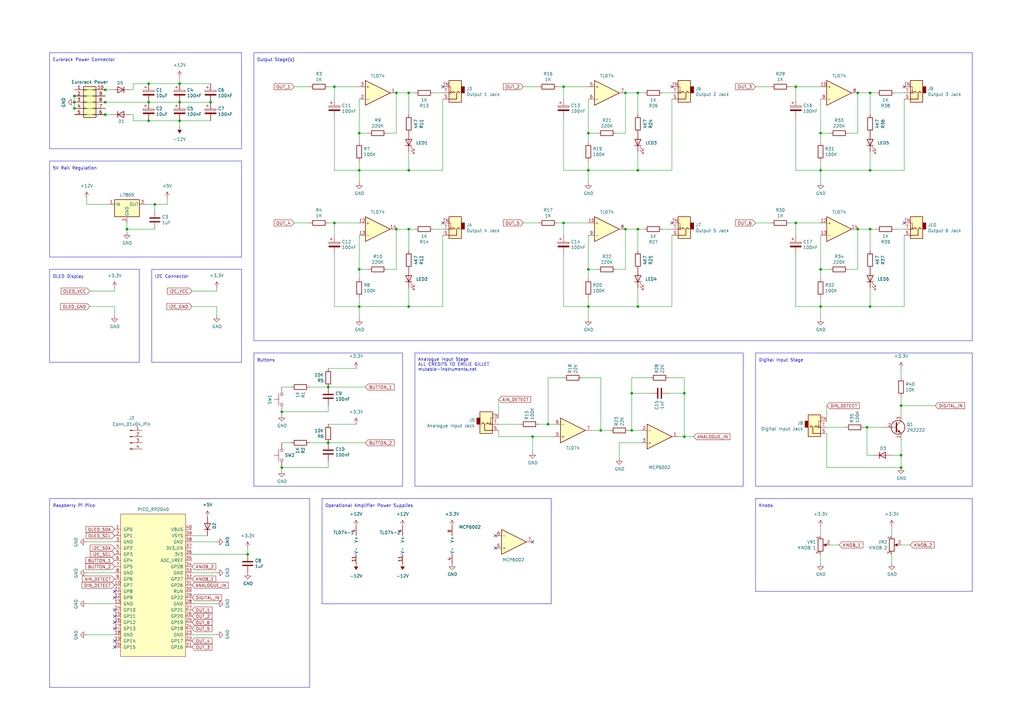
<source format=kicad_sch>
(kicad_sch (version 20250114) (generator "eeschema") (generator_version "9.0")
  (paper "A3")
  (title_block (title "EuroPi") (date "15/11/2021") (rev "1") (company "Allen Synthesis") (comment 1 "CC BY-SA 3.0"))
  (text "Eurorack Power Connector" (at 21.59 25.4 0) (effects (font (size 1.27 1.27)) (justify left bottom)))
  (text "Operational Amplifier Power Supplies" (at 133.35 208.28 0) (effects (font (size 1.27 1.27)) (justify left bottom)))
  (text "Raspberry Pi Pico" (at 21.59 208.28 0) (effects (font (size 1.27 1.27)) (justify left bottom)))
  (text "Digital Input Stage\n" (at 311.15 148.59 0) (effects (font (size 1.27 1.27)) (justify left bottom)))
  (text "5V Rail Regulation" (at 21.59 69.85 0) (effects (font (size 1.27 1.27)) (justify left bottom)))
  (text "Output Stage(s)" (at 105.41 25.4 0) (effects (font (size 1.27 1.27)) (justify left bottom)))
  (text "I2C Connector\n" (at 63.5 114.3 0) (effects (font (size 1.27 1.27)) (justify left bottom)))
  (text "Buttons" (at 105.41 148.59 0) (effects (font (size 1.27 1.27)) (justify left bottom)))
  (text "OLED Display" (at 21.59 114.3 0) (effects (font (size 1.27 1.27)) (justify left bottom)))
  (text "Analogue Input Stage\nALL CREDITS TO ÉMILIE GILLET\nmutable-instruments.net" (at 171.45 152.4 0) (effects (font (size 1.27 1.27)) (justify left bottom)))
  (text "Knobs" (at 311.15 208.28 0) (effects (font (size 1.27 1.27)) (justify left bottom)))
  (junction (at 147.32 54.61))
  (junction (at 356.87 93.98))
  (junction (at 134.62 181.61))
  (junction (at 336.55 54.61))
  (junction (at 369.57 191.77))
  (junction (at 351.79 38.1))
  (junction (at 336.55 125.73))
  (junction (at 60.96 34.29))
  (junction (at 241.3 110.49))
  (junction (at 137.16 35.56))
  (junction (at 369.57 166.37))
  (junction (at 167.64 38.1))
  (junction (at 326.39 91.44))
  (junction (at 218.44 179.07))
  (junction (at 280.67 179.07))
  (junction (at 167.64 69.85))
  (junction (at 224.79 173.99))
  (junction (at 241.3 54.61))
  (junction (at 134.62 158.75))
  (junction (at 86.36 41.91))
  (junction (at 60.96 49.53))
  (junction (at 246.38 176.53))
  (junction (at 256.54 38.1))
  (junction (at 356.87 125.73))
  (junction (at 137.16 91.44))
  (junction (at 261.62 93.98))
  (junction (at 369.57 186.69))
  (junction (at 280.67 161.29))
  (junction (at 231.14 91.44))
  (junction (at 30.48 41.91))
  (junction (at 147.32 69.85))
  (junction (at 351.79 93.98))
  (junction (at 43.18 46.99))
  (junction (at 336.55 110.49))
  (junction (at 162.56 93.98))
  (junction (at 259.08 161.29))
  (junction (at 43.18 41.91))
  (junction (at 326.39 35.56))
  (junction (at 63.5 83.82))
  (junction (at 261.62 69.85))
  (junction (at 231.14 35.56))
  (junction (at 256.54 93.98))
  (junction (at 336.55 69.85))
  (junction (at 162.56 38.1))
  (junction (at 73.66 34.29))
  (junction (at 261.62 125.73))
  (junction (at 60.96 41.91))
  (junction (at 43.18 36.83))
  (junction (at 115.57 191.77))
  (junction (at 356.87 38.1))
  (junction (at 356.87 69.85))
  (junction (at 115.57 168.91))
  (junction (at 101.6 227.33))
  (junction (at 73.66 41.91))
  (junction (at 355.6 175.26))
  (junction (at 241.3 69.85))
  (junction (at 30.48 44.45))
  (junction (at 261.62 38.1))
  (junction (at 73.66 49.53))
  (junction (at 30.48 39.37))
  (junction (at 167.64 125.73))
  (junction (at 52.07 93.98))
  (junction (at 167.64 93.98))
  (junction (at 147.32 110.49))
  (junction (at 259.08 176.53))
  (junction (at 147.32 125.73))
  (junction (at 241.3 125.73))
  (no_connect (at 275.59 91.44))
  (no_connect (at 46.99 250.19))
  (no_connect (at 203.2 219.71))
  (no_connect (at 218.44 222.25))
  (no_connect (at 46.99 255.27))
  (no_connect (at 46.99 265.43))
  (no_connect (at 181.61 35.56))
  (no_connect (at 46.99 245.11))
  (no_connect (at 181.61 91.44))
  (no_connect (at 275.59 35.56))
  (no_connect (at 370.84 35.56))
  (no_connect (at 46.99 252.73))
  (no_connect (at 46.99 262.89))
  (no_connect (at 370.84 91.44))
  (no_connect (at 46.99 242.57))
  (no_connect (at 203.2 224.79))
  (no_connect (at 46.99 257.81))
  (wire (pts (xy 259.08 161.29) (xy 266.7 161.29)))
  (wire (pts (xy 137.16 91.44) (xy 134.62 91.44)))
  (wire (pts (xy 355.6 186.69) (xy 355.6 175.26)))
  (wire (pts (xy 356.87 102.87) (xy 356.87 93.98)))
  (wire (pts (xy 30.48 36.83) (xy 43.18 36.83)))
  (wire (pts (xy 137.16 69.85) (xy 137.16 48.26)))
  (wire (pts (xy 167.64 118.11) (xy 167.64 125.73)))
  (wire (pts (xy 369.57 186.69) (xy 369.57 180.34)))
  (wire (pts (xy 134.62 173.99) (xy 146.05 173.99)))
  (polyline (pts (xy 309.88 204.47) (xy 398.78 204.47)))
  (wire (pts (xy 369.57 166.37) (xy 369.57 162.56)))
  (polyline (pts (xy 20.32 21.59) (xy 99.06 21.59)))
  (wire (pts (xy 369.57 170.18) (xy 369.57 166.37)))
  (wire (pts (xy 356.87 93.98) (xy 351.79 93.98)))
  (wire (pts (xy 365.76 186.69) (xy 369.57 186.69)))
  (wire (pts (xy 336.55 96.52) (xy 336.55 110.49)))
  (wire (pts (xy 346.71 175.26) (xy 339.09 175.26)))
  (polyline (pts (xy 20.32 105.41) (xy 99.06 105.41)))
  (wire (pts (xy 351.79 54.61) (xy 347.98 54.61)))
  (wire (pts (xy 170.18 93.98) (xy 167.64 93.98)))
  (wire (pts (xy 370.84 96.52) (xy 370.84 125.73)))
  (wire (pts (xy 53.34 46.99) (xy 54.61 46.99)))
  (wire (pts (xy 120.65 91.44) (xy 127 91.44)))
  (polyline (pts (xy 398.78 21.59) (xy 104.14 21.59)))
  (polyline (pts (xy 398.78 199.39) (xy 309.88 199.39)))
  (wire (pts (xy 339.09 177.8) (xy 339.09 191.77)))
  (wire (pts (xy 356.87 118.11) (xy 356.87 125.73)))
  (wire (pts (xy 147.32 54.61) (xy 147.32 58.42)))
  (wire (pts (xy 373.38 223.52) (xy 369.57 223.52)))
  (wire (pts (xy 264.16 38.1) (xy 261.62 38.1)))
  (wire (pts (xy 280.67 154.94) (xy 280.67 161.29)))
  (wire (pts (xy 356.87 69.85) (xy 370.84 69.85)))
  (wire (pts (xy 241.3 110.49) (xy 241.3 114.3)))
  (polyline (pts (xy 99.06 105.41) (xy 99.06 66.04)))
  (wire (pts (xy 35.56 234.95) (xy 46.99 234.95)))
  (wire (pts (xy 46.99 125.73) (xy 36.83 125.73)))
  (wire (pts (xy 167.64 38.1) (xy 162.56 38.1)))
  (polyline (pts (xy 99.06 110.49) (xy 99.06 148.59)))
  (wire (pts (xy 339.09 166.37) (xy 339.09 172.72)))
  (wire (pts (xy 218.44 179.07) (xy 204.47 179.07)))
  (wire (pts (xy 213.36 173.99) (xy 204.47 173.99)))
  (wire (pts (xy 134.62 158.75) (xy 149.86 158.75)))
  (wire (pts (xy 63.5 83.82) (xy 59.69 83.82)))
  (wire (pts (xy 370.84 93.98) (xy 367.03 93.98)))
  (wire (pts (xy 241.3 54.61) (xy 241.3 58.42)))
  (wire (pts (xy 43.18 44.45) (xy 30.48 44.45)))
  (wire (pts (xy 231.14 154.94) (xy 224.79 154.94)))
  (wire (pts (xy 68.58 83.82) (xy 63.5 83.82)))
  (polyline (pts (xy 104.14 139.7) (xy 398.78 139.7)))
  (wire (pts (xy 115.57 170.18) (xy 115.57 168.91)))
  (wire (pts (xy 204.47 163.83) (xy 204.47 171.45)))
  (wire (pts (xy 356.87 46.99) (xy 356.87 38.1)))
  (wire (pts (xy 231.14 96.52) (xy 231.14 91.44)))
  (wire (pts (xy 30.48 39.37) (xy 30.48 41.91)))
  (wire (pts (xy 361.95 175.26) (xy 355.6 175.26)))
  (polyline (pts (xy 20.32 66.04) (xy 99.06 66.04)))
  (wire (pts (xy 256.54 110.49) (xy 252.73 110.49)))
  (wire (pts (xy 261.62 38.1) (xy 256.54 38.1)))
  (wire (pts (xy 127 158.75) (xy 134.62 158.75)))
  (wire (pts (xy 231.14 40.64) (xy 231.14 35.56)))
  (wire (pts (xy 85.09 219.71) (xy 78.74 219.71)))
  (wire (pts (xy 218.44 179.07) (xy 227.33 179.07)))
  (wire (pts (xy 231.14 125.73) (xy 231.14 104.14)))
  (wire (pts (xy 220.98 173.99) (xy 224.79 173.99)))
  (wire (pts (xy 35.56 83.82) (xy 44.45 83.82)))
  (polyline (pts (xy 309.88 242.57) (xy 309.88 204.47)))
  (wire (pts (xy 340.36 54.61) (xy 336.55 54.61)))
  (wire (pts (xy 214.63 91.44) (xy 220.98 91.44)))
  (wire (pts (xy 284.48 179.07) (xy 280.67 179.07)))
  (polyline (pts (xy 170.18 199.39) (xy 304.8 199.39)))
  (polyline (pts (xy 398.78 204.47) (xy 398.78 242.57)))
  (wire (pts (xy 326.39 91.44) (xy 336.55 91.44)))
  (wire (pts (xy 280.67 161.29) (xy 280.67 179.07)))
  (wire (pts (xy 181.61 96.52) (xy 181.61 125.73)))
  (wire (pts (xy 63.5 93.98) (xy 52.07 93.98)))
  (wire (pts (xy 88.9 222.25) (xy 78.74 222.25)))
  (wire (pts (xy 351.79 93.98) (xy 351.79 110.49)))
  (polyline (pts (xy 309.88 144.78) (xy 398.78 144.78)))
  (wire (pts (xy 365.76 231.14) (xy 365.76 227.33)))
  (polyline (pts (xy 170.18 144.78) (xy 170.18 199.39)))
  (wire (pts (xy 73.66 52.07) (xy 73.66 49.53)))
  (wire (pts (xy 254 181.61) (xy 262.89 181.61)))
  (wire (pts (xy 369.57 151.13) (xy 369.57 154.94)))
  (wire (pts (xy 261.62 93.98) (xy 256.54 93.98)))
  (polyline (pts (xy 165.1 199.39) (xy 165.1 144.78)))
  (wire (pts (xy 356.87 125.73) (xy 370.84 125.73)))
  (wire (pts (xy 167.64 62.23) (xy 167.64 69.85)))
  (wire (pts (xy 88.9 234.95) (xy 78.74 234.95)))
  (polyline (pts (xy 132.08 247.65) (xy 132.08 204.47)))
  (polyline (pts (xy 57.15 148.59) (xy 20.32 148.59)))
  (wire (pts (xy 241.3 40.64) (xy 241.3 54.61)))
  (wire (pts (xy 358.14 186.69) (xy 355.6 186.69)))
  (wire (pts (xy 30.48 41.91) (xy 30.48 44.45)))
  (wire (pts (xy 101.6 224.79) (xy 101.6 227.33)))
  (wire (pts (xy 54.61 49.53) (xy 60.96 49.53)))
  (wire (pts (xy 54.61 36.83) (xy 54.61 34.29)))
  (wire (pts (xy 326.39 69.85) (xy 326.39 48.26)))
  (wire (pts (xy 181.61 38.1) (xy 177.8 38.1)))
  (wire (pts (xy 53.34 36.83) (xy 54.61 36.83)))
  (polyline (pts (xy 104.14 21.59) (xy 104.14 139.7)))
  (polyline (pts (xy 132.08 204.47) (xy 226.06 204.47)))
  (wire (pts (xy 259.08 154.94) (xy 259.08 161.29)))
  (wire (pts (xy 147.32 74.93) (xy 147.32 69.85)))
  (wire (pts (xy 256.54 38.1) (xy 256.54 54.61)))
  (wire (pts (xy 60.96 34.29) (xy 73.66 34.29)))
  (wire (pts (xy 73.66 49.53) (xy 86.36 49.53)))
  (wire (pts (xy 241.3 69.85) (xy 231.14 69.85)))
  (wire (pts (xy 326.39 35.56) (xy 336.55 35.56)))
  (wire (pts (xy 115.57 193.04) (xy 115.57 191.77)))
  (wire (pts (xy 309.88 91.44) (xy 316.23 91.44)))
  (wire (pts (xy 88.9 125.73) (xy 78.74 125.73)))
  (polyline (pts (xy 20.32 60.96) (xy 99.06 60.96)))
  (polyline (pts (xy 99.06 60.96) (xy 99.06 21.59)))
  (wire (pts (xy 35.56 260.35) (xy 46.99 260.35)))
  (wire (pts (xy 88.9 260.35) (xy 78.74 260.35)))
  (wire (pts (xy 326.39 91.44) (xy 323.85 91.44)))
  (wire (pts (xy 336.55 69.85) (xy 356.87 69.85)))
  (wire (pts (xy 259.08 176.53) (xy 257.81 176.53)))
  (wire (pts (xy 214.63 35.56) (xy 220.98 35.56)))
  (wire (pts (xy 344.17 223.52) (xy 340.36 223.52)))
  (wire (pts (xy 326.39 40.64) (xy 326.39 35.56)))
  (wire (pts (xy 137.16 35.56) (xy 134.62 35.56)))
  (wire (pts (xy 238.76 154.94) (xy 246.38 154.94)))
  (wire (pts (xy 134.62 151.13) (xy 146.05 151.13)))
  (wire (pts (xy 340.36 110.49) (xy 336.55 110.49)))
  (wire (pts (xy 241.3 121.92) (xy 241.3 125.73)))
  (wire (pts (xy 88.9 118.11) (xy 88.9 119.38)))
  (wire (pts (xy 162.56 93.98) (xy 162.56 110.49)))
  (polyline (pts (xy 165.1 144.78) (xy 104.14 144.78)))
  (wire (pts (xy 241.3 74.93) (xy 241.3 69.85)))
  (wire (pts (xy 241.3 96.52) (xy 241.3 110.49)))
  (polyline (pts (xy 304.8 199.39) (xy 304.8 144.78)))
  (wire (pts (xy 261.62 69.85) (xy 275.59 69.85)))
  (polyline (pts (xy 104.14 199.39) (xy 165.1 199.39)))
  (wire (pts (xy 167.64 102.87) (xy 167.64 93.98)))
  (polyline (pts (xy 398.78 242.57) (xy 309.88 242.57)))
  (wire (pts (xy 262.89 176.53) (xy 259.08 176.53)))
  (wire (pts (xy 73.66 41.91) (xy 86.36 41.91)))
  (wire (pts (xy 137.16 91.44) (xy 147.32 91.44)))
  (polyline (pts (xy 309.88 199.39) (xy 309.88 144.78)))
  (wire (pts (xy 46.99 119.38) (xy 36.83 119.38)))
  (wire (pts (xy 275.59 96.52) (xy 275.59 125.73)))
  (wire (pts (xy 45.72 36.83) (xy 43.18 36.83)))
  (wire (pts (xy 167.64 93.98) (xy 162.56 93.98)))
  (wire (pts (xy 356.87 38.1) (xy 351.79 38.1)))
  (wire (pts (xy 35.56 222.25) (xy 46.99 222.25)))
  (wire (pts (xy 147.32 96.52) (xy 147.32 110.49)))
  (wire (pts (xy 162.56 110.49) (xy 158.75 110.49)))
  (wire (pts (xy 241.3 130.81) (xy 241.3 125.73)))
  (polyline (pts (xy 20.32 21.59) (xy 20.32 60.96)))
  (wire (pts (xy 326.39 35.56) (xy 323.85 35.56)))
  (wire (pts (xy 351.79 38.1) (xy 351.79 54.61)))
  (wire (pts (xy 231.14 91.44) (xy 241.3 91.44)))
  (wire (pts (xy 54.61 34.29) (xy 60.96 34.29)))
  (polyline (pts (xy 20.32 148.59) (xy 20.32 110.49)))
  (wire (pts (xy 224.79 154.94) (xy 224.79 173.99)))
  (wire (pts (xy 359.41 93.98) (xy 356.87 93.98)))
  (wire (pts (xy 88.9 119.38) (xy 78.74 119.38)))
  (wire (pts (xy 60.96 49.53) (xy 73.66 49.53)))
  (wire (pts (xy 43.18 41.91) (xy 60.96 41.91)))
  (wire (pts (xy 224.79 173.99) (xy 227.33 173.99)))
  (wire (pts (xy 46.99 118.11) (xy 46.99 119.38)))
  (wire (pts (xy 231.14 69.85) (xy 231.14 48.26)))
  (wire (pts (xy 147.32 130.81) (xy 147.32 125.73)))
  (polyline (pts (xy 398.78 144.78) (xy 398.78 199.39)))
  (wire (pts (xy 241.3 125.73) (xy 261.62 125.73)))
  (wire (pts (xy 264.16 93.98) (xy 261.62 93.98)))
  (wire (pts (xy 147.32 125.73) (xy 167.64 125.73)))
  (wire (pts (xy 245.11 110.49) (xy 241.3 110.49)))
  (wire (pts (xy 336.55 69.85) (xy 326.39 69.85)))
  (wire (pts (xy 43.18 39.37) (xy 30.48 39.37)))
  (wire (pts (xy 259.08 161.29) (xy 259.08 176.53)))
  (wire (pts (xy 45.72 46.99) (xy 43.18 46.99)))
  (wire (pts (xy 162.56 38.1) (xy 162.56 54.61)))
  (wire (pts (xy 336.55 66.04) (xy 336.55 69.85)))
  (wire (pts (xy 241.3 66.04) (xy 241.3 69.85)))
  (wire (pts (xy 119.38 158.75) (xy 115.57 158.75)))
  (wire (pts (xy 336.55 215.9) (xy 336.55 219.71)))
  (wire (pts (xy 336.55 125.73) (xy 356.87 125.73)))
  (wire (pts (xy 46.99 129.54) (xy 46.99 125.73)))
  (wire (pts (xy 275.59 38.1) (xy 271.78 38.1)))
  (wire (pts (xy 336.55 74.93) (xy 336.55 69.85)))
  (wire (pts (xy 30.48 46.99) (xy 43.18 46.99)))
  (wire (pts (xy 355.6 175.26) (xy 354.33 175.26)))
  (polyline (pts (xy 99.06 148.59) (xy 62.23 148.59)))
  (wire (pts (xy 137.16 96.52) (xy 137.16 91.44)))
  (wire (pts (xy 88.9 247.65) (xy 78.74 247.65)))
  (wire (pts (xy 167.64 125.73) (xy 181.61 125.73)))
  (wire (pts (xy 326.39 125.73) (xy 326.39 104.14)))
  (wire (pts (xy 101.6 227.33) (xy 78.74 227.33)))
  (polyline (pts (xy 398.78 139.7) (xy 398.78 21.59)))
  (wire (pts (xy 336.55 40.64) (xy 336.55 54.61)))
  (wire (pts (xy 231.14 91.44) (xy 228.6 91.44)))
  (wire (pts (xy 137.16 35.56) (xy 147.32 35.56)))
  (wire (pts (xy 147.32 66.04) (xy 147.32 69.85)))
  (wire (pts (xy 309.88 35.56) (xy 316.23 35.56)))
  (wire (pts (xy 339.09 191.77) (xy 369.57 191.77)))
  (polyline (pts (xy 57.15 110.49) (xy 57.15 148.59)))
  (polyline (pts (xy 20.32 281.94) (xy 20.32 204.47)))
  (wire (pts (xy 60.96 41.91) (xy 73.66 41.91)))
  (wire (pts (xy 356.87 62.23) (xy 356.87 69.85)))
  (wire (pts (xy 30.48 41.91) (xy 43.18 41.91)))
  (wire (pts (xy 241.3 69.85) (xy 261.62 69.85)))
  (wire (pts (xy 278.13 179.07) (xy 280.67 179.07)))
  (wire (pts (xy 35.56 247.65) (xy 46.99 247.65)))
  (wire (pts (xy 274.32 161.29) (xy 280.67 161.29)))
  (wire (pts (xy 261.62 125.73) (xy 275.59 125.73)))
  (wire (pts (xy 162.56 54.61) (xy 158.75 54.61)))
  (wire (pts (xy 147.32 121.92) (xy 147.32 125.73)))
  (wire (pts (xy 336.55 54.61) (xy 336.55 58.42)))
  (wire (pts (xy 369.57 191.77) (xy 369.57 186.69)))
  (wire (pts (xy 134.62 189.23) (xy 134.62 191.77)))
  (wire (pts (xy 63.5 86.36) (xy 63.5 83.82)))
  (wire (pts (xy 52.07 93.98) (xy 52.07 91.44)))
  (wire (pts (xy 336.55 110.49) (xy 336.55 114.3)))
  (polyline (pts (xy 226.06 204.47) (xy 226.06 247.65)))
  (wire (pts (xy 167.64 46.99) (xy 167.64 38.1)))
  (wire (pts (xy 256.54 93.98) (xy 256.54 110.49)))
  (wire (pts (xy 256.54 54.61) (xy 252.73 54.61)))
  (wire (pts (xy 280.67 154.94) (xy 274.32 154.94)))
  (wire (pts (xy 336.55 231.14) (xy 336.55 227.33)))
  (wire (pts (xy 181.61 40.64) (xy 181.61 69.85)))
  (wire (pts (xy 245.11 54.61) (xy 241.3 54.61)))
  (wire (pts (xy 134.62 166.37) (xy 134.62 168.91)))
  (wire (pts (xy 35.56 81.28) (xy 35.56 83.82)))
  (wire (pts (xy 73.66 34.29) (xy 86.36 34.29)))
  (polyline (pts (xy 127 281.94) (xy 20.32 281.94)))
  (wire (pts (xy 336.55 121.92) (xy 336.55 125.73)))
  (wire (pts (xy 134.62 181.61) (xy 149.86 181.61)))
  (wire (pts (xy 370.84 40.64) (xy 370.84 69.85)))
  (wire (pts (xy 261.62 62.23) (xy 261.62 69.85)))
  (polyline (pts (xy 20.32 110.49) (xy 57.15 110.49)))
  (wire (pts (xy 170.18 38.1) (xy 167.64 38.1)))
  (wire (pts (xy 137.16 125.73) (xy 137.16 104.14)))
  (wire (pts (xy 147.32 110.49) (xy 147.32 114.3)))
  (wire (pts (xy 137.16 40.64) (xy 137.16 35.56)))
  (wire (pts (xy 68.58 81.28) (xy 68.58 83.82)))
  (wire (pts (xy 246.38 176.53) (xy 242.57 176.53)))
  (wire (pts (xy 52.07 95.25) (xy 52.07 93.98)))
  (wire (pts (xy 250.19 176.53) (xy 246.38 176.53)))
  (wire (pts (xy 120.65 35.56) (xy 127 35.56)))
  (wire (pts (xy 181.61 93.98) (xy 177.8 93.98)))
  (wire (pts (xy 88.9 129.54) (xy 88.9 125.73)))
  (wire (pts (xy 336.55 130.81) (xy 336.55 125.73)))
  (wire (pts (xy 54.61 46.99) (xy 54.61 49.53)))
  (wire (pts (xy 147.32 125.73) (xy 137.16 125.73)))
  (wire (pts (xy 259.08 154.94) (xy 266.7 154.94)))
  (wire (pts (xy 275.59 40.64) (xy 275.59 69.85)))
  (wire (pts (xy 370.84 38.1) (xy 367.03 38.1)))
  (wire (pts (xy 365.76 215.9) (xy 365.76 219.71)))
  (wire (pts (xy 241.3 125.73) (xy 231.14 125.73)))
  (wire (pts (xy 261.62 102.87) (xy 261.62 93.98)))
  (wire (pts (xy 151.13 110.49) (xy 147.32 110.49)))
  (wire (pts (xy 151.13 54.61) (xy 147.32 54.61)))
  (polyline (pts (xy 20.32 204.47) (xy 127 204.47)))
  (polyline (pts (xy 104.14 144.78) (xy 104.14 199.39)))
  (wire (pts (xy 351.79 110.49) (xy 347.98 110.49)))
  (polyline (pts (xy 62.23 110.49) (xy 99.06 110.49)))
  (polyline (pts (xy 62.23 148.59) (xy 62.23 110.49)))
  (polyline (pts (xy 226.06 247.65) (xy 132.08 247.65)))
  (wire (pts (xy 359.41 38.1) (xy 356.87 38.1)))
  (polyline (pts (xy 127 204.47) (xy 127 281.94)))
  (wire (pts (xy 134.62 168.91) (xy 115.57 168.91)))
  (wire (pts (xy 231.14 35.56) (xy 241.3 35.56)))
  (wire (pts (xy 147.32 69.85) (xy 167.64 69.85)))
  (wire (pts (xy 204.47 179.07) (xy 204.47 176.53)))
  (wire (pts (xy 218.44 185.42) (xy 218.44 179.07)))
  (wire (pts (xy 127 181.61) (xy 134.62 181.61)))
  (wire (pts (xy 147.32 69.85) (xy 137.16 69.85)))
  (polyline (pts (xy 20.32 66.04) (xy 20.32 105.41)))
  (wire (pts (xy 326.39 96.52) (xy 326.39 91.44)))
  (wire (pts (xy 261.62 46.99) (xy 261.62 38.1)))
  (wire (pts (xy 275.59 93.98) (xy 271.78 93.98)))
  (wire (pts (xy 254 187.96) (xy 254 181.61)))
  (polyline (pts (xy 304.8 144.78) (xy 170.18 144.78)))
  (wire (pts (xy 147.32 40.64) (xy 147.32 54.61)))
  (wire (pts (xy 134.62 191.77) (xy 115.57 191.77)))
  (wire (pts (xy 261.62 118.11) (xy 261.62 125.73)))
  (wire (pts (xy 383.54 166.37) (xy 369.57 166.37)))
  (wire (pts (xy 167.64 69.85) (xy 181.61 69.85)))
  (wire (pts (xy 336.55 125.73) (xy 326.39 125.73)))
  (wire (pts (xy 119.38 181.61) (xy 115.57 181.61)))
  (wire (pts (xy 246.38 154.94) (xy 246.38 176.53)))
  (wire (pts (xy 231.14 35.56) (xy 228.6 35.56)))
  (wire (pts (xy 73.66 31.75) (xy 73.66 34.29)))
  (global_label "OUT_6" (shape input) (at 309.88 91.44 180) (property "Intersheetrefs" "${INTERSHEET_REFS}" (effects (hide yes))))
  (global_label "KNOB_1" (shape input) (at 78.74 237.49 0) (property "Intersheetrefs" "${INTERSHEET_REFS}" (effects (hide yes))))
  (global_label "I2C_SDA" (shape input) (at 46.99 224.79 180) (property "Intersheetrefs" "${INTERSHEET_REFS}" (effects (hide yes))))
  (global_label "BUTTON_1" (shape input) (at 149.86 158.75 0) (property "Intersheetrefs" "${INTERSHEET_REFS}" (effects (hide yes))))
  (global_label "OUT_1" (shape input) (at 120.65 35.56 180) (property "Intersheetrefs" "${INTERSHEET_REFS}" (effects (hide yes))))
  (global_label "KNOB_2" (shape input) (at 78.74 232.41 0) (property "Intersheetrefs" "${INTERSHEET_REFS}" (effects (hide yes))))
  (global_label "DIGITAL_IN" (shape input) (at 383.54 166.37 0) (property "Intersheetrefs" "${INTERSHEET_REFS}" (effects (hide yes))))
  (global_label "OUT_2" (shape input) (at 78.74 252.73 0) (property "Intersheetrefs" "${INTERSHEET_REFS}" (effects (hide yes))))
  (global_label "OUT_3" (shape input) (at 78.74 265.43 0) (property "Intersheetrefs" "${INTERSHEET_REFS}" (effects (hide yes))))
  (global_label "AIN_DETECT" (shape input) (at 204.47 163.83 0) (property "Intersheetrefs" "${INTERSHEET_REFS}" (effects (hide yes))))
  (global_label "OLED_GND" (shape input) (at 36.83 125.73 180) (property "Intersheetrefs" "${INTERSHEET_REFS}" (effects (hide yes))))
  (global_label "I2C_SCL" (shape input) (at 46.99 227.33 180) (property "Intersheetrefs" "${INTERSHEET_REFS}" (effects (hide yes))))
  (global_label "I2C_VCC" (shape input) (at 78.74 119.38 180) (property "Intersheetrefs" "${INTERSHEET_REFS}" (effects (hide yes))))
  (global_label "OUT_1" (shape input) (at 78.74 250.19 0) (property "Intersheetrefs" "${INTERSHEET_REFS}" (effects (hide yes))))
  (global_label "DIGITAL_IN" (shape input) (at 78.74 245.11 0) (property "Intersheetrefs" "${INTERSHEET_REFS}" (effects (hide yes))))
  (global_label "OUT_5" (shape input) (at 78.74 257.81 0) (property "Intersheetrefs" "${INTERSHEET_REFS}" (effects (hide yes))))
  (global_label "BUTTON_1" (shape input) (at 46.99 229.87 180) (property "Intersheetrefs" "${INTERSHEET_REFS}" (effects (hide yes))))
  (global_label "OLED_SCL" (shape input) (at 46.99 219.71 180) (property "Intersheetrefs" "${INTERSHEET_REFS}" (effects (hide yes))))
  (global_label "KNOB_1" (shape input) (at 344.17 223.52 0) (property "Intersheetrefs" "${INTERSHEET_REFS}" (effects (hide yes))))
  (global_label "OLED_SDA" (shape input) (at 46.99 217.17 180) (property "Intersheetrefs" "${INTERSHEET_REFS}" (effects (hide yes))))
  (global_label "BUTTON_2" (shape input) (at 149.86 181.61 0) (property "Intersheetrefs" "${INTERSHEET_REFS}" (effects (hide yes))))
  (global_label "OUT_6" (shape input) (at 78.74 255.27 0) (property "Intersheetrefs" "${INTERSHEET_REFS}" (effects (hide yes))))
  (global_label "OUT_4" (shape input) (at 120.65 91.44 180) (property "Intersheetrefs" "${INTERSHEET_REFS}" (effects (hide yes))))
  (global_label "OUT_4" (shape input) (at 78.74 262.89 0) (property "Intersheetrefs" "${INTERSHEET_REFS}" (effects (hide yes))))
  (global_label "DIN_DETECT" (shape input) (at 339.09 166.37 0) (property "Intersheetrefs" "${INTERSHEET_REFS}" (effects (hide yes))))
  (global_label "OUT_2" (shape input) (at 214.63 35.56 180) (property "Intersheetrefs" "${INTERSHEET_REFS}" (effects (hide yes))))
  (global_label "DIN_DETECT" (shape input) (at 46.99 240.03 180) (property "Intersheetrefs" "${INTERSHEET_REFS}" (effects (hide yes))))
  (global_label "OLED_VCC" (shape input) (at 36.83 119.38 180) (property "Intersheetrefs" "${INTERSHEET_REFS}" (effects (hide yes))))
  (global_label "ANALOGUE_IN" (shape input) (at 78.74 240.03 0) (property "Intersheetrefs" "${INTERSHEET_REFS}" (effects (hide yes))))
  (global_label "OUT_3" (shape input) (at 309.88 35.56 180) (property "Intersheetrefs" "${INTERSHEET_REFS}" (effects (hide yes))))
  (global_label "ANALOGUE_IN" (shape input) (at 284.48 179.07 0) (property "Intersheetrefs" "${INTERSHEET_REFS}" (effects (hide yes))))
  (global_label "BUTTON_2" (shape input) (at 46.99 232.41 180) (property "Intersheetrefs" "${INTERSHEET_REFS}" (effects (hide yes))))
  (global_label "OUT_5" (shape input) (at 214.63 91.44 180) (property "Intersheetrefs" "${INTERSHEET_REFS}" (effects (hide yes))))
  (global_label "AIN_DETECT" (shape input) (at 46.99 237.49 180) (property "Intersheetrefs" "${INTERSHEET_REFS}" (effects (hide yes))))
  (global_label "I2C_GND" (shape input) (at 78.74 125.73 180) (property "Intersheetrefs" "${INTERSHEET_REFS}" (effects (hide yes))))
  (global_label "KNOB_2" (shape input) (at 373.38 223.52 0) (property "Intersheetrefs" "${INTERSHEET_REFS}" (effects (hide yes))))
  (symbol (lib_id "Amplifier_Operational:TL074") (at 344.17 38.1 0) (unit 3)
    (property "Reference" "O5" (effects (hide yes)))
    (property "Value" "TL074" (at 344.17 31.115 0))
    (property "Datasheet" "http://www.ti.com/lit/ds/symlink/tl071.pdf" (effects (hide yes)))
  )
  (symbol (lib_id "Device:R") (at 344.17 54.61 270) (unit 1)
    (property "Reference" "R33" (at 344.17 49.3522 90))
    (property "Value" "220K" (at 344.17 51.6636 90))
    (property "Footprint" "Resistor_SMD:R_0603_1608Metric" (effects (hide yes)))
  )
  (symbol (lib_id "Device:R") (at 336.55 62.23 0) (unit 1)
    (property "Reference" "R31" (at 338.328 61.0616 0) (effects (justify left)))
    (property "Value" "100K" (at 338.328 63.373 0) (effects (justify left)))
    (property "Footprint" "Resistor_SMD:R_0603_1608Metric" (effects (hide yes)))
  )
  (symbol (lib_id "Device:R") (at 320.04 35.56 270) (unit 1)
    (property "Reference" "R29" (at 320.04 30.3022 90))
    (property "Value" "1K" (at 320.04 32.6136 90))
    (property "Footprint" "Resistor_SMD:R_0603_1608Metric" (effects (hide yes)))
  )
  (symbol (lib_id "Device:CP") (at 326.39 44.45 0) (unit 1)
    (property "Reference" "C16" (at 329.3872 43.2816 0) (effects (justify left)))
    (property "Value" "100nF" (at 329.3872 45.593 0) (effects (justify left)))
    (property "Footprint" "Capacitor_SMD:C_0603_1608Metric" (effects (hide yes)))
  )
  (symbol (lib_id "Amplifier_Operational:TL074") (at 154.94 38.1 0) (unit 1)
    (property "Reference" "O2" (effects (hide yes)))
    (property "Value" "TL074" (at 154.94 31.115 0))
    (property "Datasheet" "http://www.ti.com/lit/ds/symlink/tl071.pdf" (effects (hide yes)))
  )
  (symbol (lib_id "Device:R") (at 154.94 54.61 270) (unit 1)
    (property "Reference" "R9" (at 154.94 49.3522 90))
    (property "Value" "220K" (at 154.94 51.6636 90))
    (property "Footprint" "Resistor_SMD:R_0603_1608Metric" (effects (hide yes)))
  )
  (symbol (lib_id "Device:R") (at 147.32 62.23 0) (unit 1)
    (property "Reference" "R7" (at 149.098 61.0616 0) (effects (justify left)))
    (property "Value" "100K" (at 149.098 63.373 0) (effects (justify left)))
    (property "Footprint" "Resistor_SMD:R_0603_1608Metric" (effects (hide yes)))
  )
  (symbol (lib_id "Device:R") (at 130.81 35.56 270) (unit 1)
    (property "Reference" "R3" (at 130.81 30.3022 90))
    (property "Value" "1K" (at 130.81 32.6136 90))
    (property "Footprint" "Resistor_SMD:R_0603_1608Metric" (effects (hide yes)))
  )
  (symbol (lib_id "Device:CP") (at 137.16 44.45 0) (unit 1)
    (property "Reference" "C11" (at 140.1572 43.2816 0) (effects (justify left)))
    (property "Value" "100nF" (at 140.1572 45.593 0) (effects (justify left)))
    (property "Footprint" "Capacitor_SMD:C_0603_1608Metric" (effects (hide yes)))
  )
  (symbol (lib_id "Amplifier_Operational:TL074") (at 248.92 38.1 0) (unit 2)
    (property "Reference" "O5" (effects (hide yes)))
    (property "Value" "TL074" (at 248.92 31.115 0))
    (property "Datasheet" "http://www.ti.com/lit/ds/symlink/tl071.pdf" (effects (hide yes)))
  )
  (symbol (lib_id "Device:R") (at 248.92 54.61 270) (unit 1)
    (property "Reference" "R21" (at 248.92 49.3522 90))
    (property "Value" "220K" (at 248.92 51.6636 90))
    (property "Footprint" "Resistor_SMD:R_0603_1608Metric" (effects (hide yes)))
  )
  (symbol (lib_id "Device:R") (at 241.3 62.23 0) (unit 1)
    (property "Reference" "R19" (at 243.078 61.0616 0) (effects (justify left)))
    (property "Value" "100K" (at 243.078 63.373 0) (effects (justify left)))
    (property "Footprint" "Resistor_SMD:R_0603_1608Metric" (effects (hide yes)))
  )
  (symbol (lib_id "Device:R") (at 224.79 35.56 270) (unit 1)
    (property "Reference" "R16" (at 224.79 30.3022 90))
    (property "Value" "1K" (at 224.79 32.6136 90))
    (property "Footprint" "Resistor_SMD:R_0603_1608Metric" (effects (hide yes)))
  )
  (symbol (lib_id "Device:CP") (at 231.14 44.45 0) (unit 1)
    (property "Reference" "C13" (at 234.1372 43.2816 0) (effects (justify left)))
    (property "Value" "100nF" (at 234.1372 45.593 0) (effects (justify left)))
    (property "Footprint" "Capacitor_SMD:C_0603_1608Metric" (effects (hide yes)))
  )
  (symbol (lib_id "Device:CP") (at 60.96 45.72 0) (unit 1)
    (property "Reference" "C2" (at 63.9572 44.5516 0) (effects (justify left)))
    (property "Value" "10uF" (at 63.9572 46.863 0) (effects (justify left)))
    (property "Footprint" "Capacitor_SMD:C_0603_1608Metric" (effects (hide yes)))
  )
  (symbol (lib_id "Device:CP") (at 73.66 38.1 0) (unit 1)
    (property "Reference" "C4" (at 76.6572 36.9316 0) (effects (justify left)))
    (property "Value" "100nF" (at 76.6572 39.243 0) (effects (justify left)))
    (property "Footprint" "Capacitor_SMD:C_0603_1608Metric" (effects (hide yes)))
  )
  (symbol (lib_id "Device:CP") (at 73.66 45.72 0) (unit 1)
    (property "Reference" "C5" (at 76.6572 44.5516 0) (effects (justify left)))
    (property "Value" "100nF" (at 76.6572 46.863 0) (effects (justify left)))
    (property "Footprint" "Capacitor_SMD:C_0603_1608Metric" (effects (hide yes)))
  )
  (symbol (lib_id "Device:CP") (at 86.36 38.1 0) (unit 1)
    (property "Reference" "C6" (at 89.3572 36.9316 0) (effects (justify left)))
    (property "Value" "100nF" (at 89.3572 39.243 0) (effects (justify left)))
    (property "Footprint" "Capacitor_SMD:C_0603_1608Metric" (effects (hide yes)))
  )
  (symbol (lib_id "Device:CP") (at 86.36 45.72 0) (unit 1)
    (property "Reference" "C7" (at 89.3572 44.5516 0) (effects (justify left)))
    (property "Value" "100nF" (at 89.3572 46.863 0) (effects (justify left)))
    (property "Footprint" "Capacitor_SMD:C_0603_1608Metric" (effects (hide yes)))
  )
  (symbol (lib_id "Amplifier_Operational:TL074") (at 344.17 93.98 0) (unit 4)
    (property "Reference" "O5" (effects (hide yes)))
    (property "Value" "TL074" (at 344.17 86.995 0))
    (property "Datasheet" "http://www.ti.com/lit/ds/symlink/tl071.pdf" (effects (hide yes)))
  )
  (symbol (lib_id "Device:R") (at 344.17 110.49 270) (unit 1)
    (property "Reference" "R34" (at 344.17 105.2322 90))
    (property "Value" "220K" (at 344.17 107.5436 90))
    (property "Footprint" "Resistor_SMD:R_0603_1608Metric" (effects (hide yes)))
  )
  (symbol (lib_id "Device:R") (at 336.55 118.11 0) (unit 1)
    (property "Reference" "R32" (at 338.328 116.9416 0) (effects (justify left)))
    (property "Value" "100K" (at 338.328 119.253 0) (effects (justify left)))
    (property "Footprint" "Resistor_SMD:R_0603_1608Metric" (effects (hide yes)))
  )
  (symbol (lib_id "Device:R") (at 320.04 91.44 270) (unit 1)
    (property "Reference" "R30" (at 320.04 86.1822 90))
    (property "Value" "1K" (at 320.04 88.4936 90))
    (property "Footprint" "Resistor_SMD:R_0603_1608Metric" (effects (hide yes)))
  )
  (symbol (lib_id "Device:CP") (at 326.39 100.33 0) (unit 1)
    (property "Reference" "C17" (at 329.3872 99.1616 0) (effects (justify left)))
    (property "Value" "100nF" (at 329.3872 101.473 0) (effects (justify left)))
    (property "Footprint" "Capacitor_SMD:C_0603_1608Metric" (effects (hide yes)))
  )
  (symbol (lib_id "Connector:AudioJack2_SwitchT") (at 375.92 93.98 180) (unit 1)
    (property "Reference" "J10" (at 380.492 92.2782 0) (effects (justify right)))
    (property "Value" "Output 6 Jack" (at 380.492 94.5896 0) (effects (justify right)))
    (property "Footprint" "Connector_Audio:Jack_3.5mm_QingPu_WQP-PJ398SM_Vertical_CircularHoles" (effects (hide yes)))
  )
  (symbol (lib_id "Amplifier_Operational:TL074") (at 154.94 93.98 0) (unit 4)
    (property "Reference" "O2" (effects (hide yes)))
    (property "Value" "TL074" (at 154.94 86.995 0))
    (property "Datasheet" "http://www.ti.com/lit/ds/symlink/tl071.pdf" (effects (hide yes)))
  )
  (symbol (lib_id "Device:R") (at 154.94 110.49 270) (unit 1)
    (property "Reference" "R10" (at 154.94 105.2322 90))
    (property "Value" "220K" (at 154.94 107.5436 90))
    (property "Footprint" "Resistor_SMD:R_0603_1608Metric" (effects (hide yes)))
  )
  (symbol (lib_id "Device:R") (at 147.32 118.11 0) (unit 1)
    (property "Reference" "R8" (at 149.098 116.9416 0) (effects (justify left)))
    (property "Value" "100K" (at 149.098 119.253 0) (effects (justify left)))
    (property "Footprint" "Resistor_SMD:R_0603_1608Metric" (effects (hide yes)))
  )
  (symbol (lib_id "Device:R") (at 130.81 91.44 270) (unit 1)
    (property "Reference" "R4" (at 130.81 86.1822 90))
    (property "Value" "1K" (at 130.81 88.4936 90))
    (property "Footprint" "Resistor_SMD:R_0603_1608Metric" (effects (hide yes)))
  )
  (symbol (lib_id "Device:CP") (at 137.16 100.33 0) (unit 1)
    (property "Reference" "C12" (at 140.1572 99.1616 0) (effects (justify left)))
    (property "Value" "100nF" (at 140.1572 101.473 0) (effects (justify left)))
    (property "Footprint" "Capacitor_SMD:C_0603_1608Metric" (effects (hide yes)))
  )
  (symbol (lib_id "Amplifier_Operational:TL074") (at 248.92 93.98 0) (unit 3)
    (property "Reference" "O2" (effects (hide yes)))
    (property "Value" "TL074" (at 248.92 86.995 0))
    (property "Datasheet" "http://www.ti.com/lit/ds/symlink/tl071.pdf" (effects (hide yes)))
  )
  (symbol (lib_id "Device:R") (at 248.92 110.49 270) (unit 1)
    (property "Reference" "R22" (at 248.92 105.2322 90))
    (property "Value" "220K" (at 248.92 107.5436 90))
    (property "Footprint" "Resistor_SMD:R_0603_1608Metric" (effects (hide yes)))
  )
  (symbol (lib_id "Device:R") (at 241.3 118.11 0) (unit 1)
    (property "Reference" "R20" (at 243.078 116.9416 0) (effects (justify left)))
    (property "Value" "100K" (at 243.078 119.253 0) (effects (justify left)))
    (property "Footprint" "Resistor_SMD:R_0603_1608Metric" (effects (hide yes)))
  )
  (symbol (lib_id "Device:R") (at 224.79 91.44 270) (unit 1)
    (property "Reference" "R17" (at 224.79 86.1822 90))
    (property "Value" "1K" (at 224.79 88.4936 90))
    (property "Footprint" "Resistor_SMD:R_0603_1608Metric" (effects (hide yes)))
  )
  (symbol (lib_id "Device:CP") (at 231.14 100.33 0) (unit 1)
    (property "Reference" "C14" (at 234.1372 99.1616 0) (effects (justify left)))
    (property "Value" "100nF" (at 234.1372 101.473 0) (effects (justify left)))
    (property "Footprint" "Capacitor_SMD:C_0603_1608Metric" (effects (hide yes)))
  )
  (symbol (lib_id "Device:LED") (at 167.64 58.42 90) (unit 1)
    (property "Reference" "LED1" (at 170.6372 58.5978 90) (effects (justify right)))
    (property "Value" "LED" (effects (hide yes)))
    (property "Footprint" "LED_THT:LED_D3.0mm" (effects (hide yes)))
  )
  (symbol (lib_id "Device:R") (at 167.64 50.8 180) (unit 1)
    (property "Reference" "R11" (at 172.8978 50.8 90))
    (property "Value" "4K7" (at 170.5864 50.8 90))
    (property "Footprint" "Resistor_SMD:R_0603_1608Metric" (effects (hide yes)))
  )
  (symbol (lib_id "Device:LED") (at 261.62 58.42 90) (unit 1)
    (property "Reference" "LED3" (at 264.6172 58.5978 90) (effects (justify right)))
    (property "Value" "LED" (effects (hide yes)))
    (property "Footprint" "LED_THT:LED_D3.0mm" (effects (hide yes)))
  )
  (symbol (lib_id "Device:R") (at 261.62 50.8 180) (unit 1)
    (property "Reference" "R24" (at 266.8778 50.8 90))
    (property "Value" "4K7" (at 264.5664 50.8 90))
    (property "Footprint" "Resistor_SMD:R_0603_1608Metric" (effects (hide yes)))
  )
  (symbol (lib_id "Device:LED") (at 356.87 58.42 90) (unit 1)
    (property "Reference" "LED5" (at 359.8672 58.5978 90) (effects (justify right)))
    (property "Value" "LED" (effects (hide yes)))
    (property "Footprint" "LED_THT:LED_D3.0mm" (effects (hide yes)))
  )
  (symbol (lib_id "Device:R") (at 356.87 50.8 180) (unit 1)
    (property "Reference" "R36" (at 362.1278 50.8 90))
    (property "Value" "4K7" (at 359.8164 50.8 90))
    (property "Footprint" "Resistor_SMD:R_0603_1608Metric" (effects (hide yes)))
  )
  (symbol (lib_id "Device:LED") (at 167.64 114.3 90) (unit 1)
    (property "Reference" "LED2" (at 170.6372 114.4778 90) (effects (justify right)))
    (property "Value" "LED" (effects (hide yes)))
    (property "Footprint" "LED_THT:LED_D3.0mm" (effects (hide yes)))
  )
  (symbol (lib_id "Device:R") (at 167.64 106.68 180) (unit 1)
    (property "Reference" "R12" (at 172.8978 106.68 90))
    (property "Value" "4K7" (at 170.5864 106.68 90))
    (property "Footprint" "Resistor_SMD:R_0603_1608Metric" (effects (hide yes)))
  )
  (symbol (lib_id "Device:LED") (at 261.62 114.3 90) (unit 1)
    (property "Reference" "LED4" (at 264.6172 114.4778 90) (effects (justify right)))
    (property "Value" "LED" (effects (hide yes)))
    (property "Footprint" "LED_THT:LED_D3.0mm" (effects (hide yes)))
  )
  (symbol (lib_id "Device:R") (at 261.62 106.68 180) (unit 1)
    (property "Reference" "R25" (at 266.8778 106.68 90))
    (property "Value" "4K7" (at 264.5664 106.68 90))
    (property "Footprint" "Resistor_SMD:R_0603_1608Metric" (effects (hide yes)))
  )
  (symbol (lib_id "Device:LED") (at 356.87 114.3 90) (unit 1)
    (property "Reference" "LED6" (at 359.8672 114.4778 90) (effects (justify right)))
    (property "Value" "LED" (effects (hide yes)))
    (property "Footprint" "LED_THT:LED_D3.0mm" (effects (hide yes)))
  )
  (symbol (lib_id "Device:R") (at 356.87 106.68 180) (unit 1)
    (property "Reference" "R37" (at 362.1278 106.68 90))
    (property "Value" "4K7" (at 359.8164 106.68 90))
    (property "Footprint" "Resistor_SMD:R_0603_1608Metric" (effects (hide yes)))
  )
  (symbol (lib_id "pico:PICO_RP2040") (at 63.5 241.3 0) (unit 1)
    (property "Reference" "U2" (effects (hide yes)))
    (property "Value" "PICO_RP2040" (at 62.865 208.9658 0))
    (property "Footprint" "Module:RaspberryPi_Pico_Common_THT" (effects (hide yes)))
  )
  (symbol (lib_id "Device:R") (at 363.22 93.98 90) (unit 1)
    (property "Reference" "R39" (at 363.22 99.2378 90))
    (property "Value" "1K" (at 363.22 96.9264 90))
    (property "Footprint" "Resistor_SMD:R_0603_1608Metric" (effects (hide yes)))
  )
  (symbol (lib_id "Connector:AudioJack2_SwitchT") (at 334.01 175.26 0) (mirror x) (unit 1)
    (property "Reference" "J8" (at 329.438 173.5582 0) (effects (justify right)))
    (property "Value" "Digital Input Jack" (at 329.438 175.8696 0) (effects (justify right)))
    (property "Footprint" "Connector_Audio:Jack_3.5mm_QingPu_WQP-PJ398SM_Vertical_CircularHoles" (effects (hide yes)))
  )
  (symbol (lib_id "Device:R") (at 350.52 175.26 90) (unit 1)
    (property "Reference" "R35" (at 349.3516 173.482 0) (effects (justify left)))
    (property "Value" "100K" (at 351.663 173.482 0) (effects (justify left)))
    (property "Footprint" "Resistor_SMD:R_0603_1608Metric" (effects (hide yes)))
  )
  (symbol (lib_id "Connector:AudioJack2_SwitchT") (at 375.92 38.1 180) (unit 1)
    (property "Reference" "J9" (at 380.492 36.3982 0) (effects (justify right)))
    (property "Value" "Output 3 Jack" (at 380.492 38.7096 0) (effects (justify right)))
    (property "Footprint" "Connector_Audio:Jack_3.5mm_QingPu_WQP-PJ398SM_Vertical_CircularHoles" (effects (hide yes)))
  )
  (symbol (lib_id "Device:R") (at 363.22 38.1 90) (unit 1)
    (property "Reference" "R38" (at 363.22 43.3578 90))
    (property "Value" "1K" (at 363.22 41.0464 90))
    (property "Footprint" "Resistor_SMD:R_0603_1608Metric" (effects (hide yes)))
  )
  (symbol (lib_id "Connector:AudioJack2_SwitchT") (at 280.67 38.1 180) (unit 1)
    (property "Reference" "J6" (at 285.242 36.3982 0) (effects (justify right)))
    (property "Value" "Output 2 Jack" (at 285.242 38.7096 0) (effects (justify right)))
    (property "Footprint" "Connector_Audio:Jack_3.5mm_QingPu_WQP-PJ398SM_Vertical_CircularHoles" (effects (hide yes)))
  )
  (symbol (lib_id "Device:R") (at 267.97 38.1 90) (unit 1)
    (property "Reference" "R26" (at 267.97 43.3578 90))
    (property "Value" "1K" (at 267.97 41.0464 90))
    (property "Footprint" "Resistor_SMD:R_0603_1608Metric" (effects (hide yes)))
  )
  (symbol (lib_id "Connector:AudioJack2_SwitchT") (at 186.69 38.1 180) (unit 1)
    (property "Reference" "J3" (at 191.262 36.3982 0) (effects (justify right)))
    (property "Value" "Output 1 Jack" (at 191.262 38.7096 0) (effects (justify right)))
    (property "Footprint" "Connector_Audio:Jack_3.5mm_QingPu_WQP-PJ398SM_Vertical_CircularHoles" (effects (hide yes)))
  )
  (symbol (lib_id "Device:R") (at 173.99 38.1 90) (unit 1)
    (property "Reference" "R13" (at 173.99 43.3578 90))
    (property "Value" "1K" (at 173.99 41.0464 90))
    (property "Footprint" "Resistor_SMD:R_0603_1608Metric" (effects (hide yes)))
  )
  (symbol (lib_id "Connector:AudioJack2_SwitchT") (at 186.69 93.98 180) (unit 1)
    (property "Reference" "J4" (at 191.262 92.2782 0) (effects (justify right)))
    (property "Value" "Output 4 Jack" (at 191.262 94.5896 0) (effects (justify right)))
    (property "Footprint" "Connector_Audio:Jack_3.5mm_QingPu_WQP-PJ398SM_Vertical_CircularHoles" (effects (hide yes)))
  )
  (symbol (lib_id "Device:R") (at 173.99 93.98 90) (unit 1)
    (property "Reference" "R14" (at 173.99 99.2378 90))
    (property "Value" "1K" (at 173.99 96.9264 90))
    (property "Footprint" "Resistor_SMD:R_0603_1608Metric" (effects (hide yes)))
  )
  (symbol (lib_id "Connector:AudioJack2_SwitchT") (at 280.67 93.98 180) (unit 1)
    (property "Reference" "J7" (at 285.242 92.2782 0) (effects (justify right)))
    (property "Value" "Output 5 Jack" (at 285.242 94.5896 0) (effects (justify right)))
    (property "Footprint" "Connector_Audio:Jack_3.5mm_QingPu_WQP-PJ398SM_Vertical_CircularHoles" (effects (hide yes)))
  )
  (symbol (lib_id "Device:R") (at 267.97 93.98 90) (unit 1)
    (property "Reference" "R27" (at 267.97 99.2378 90))
    (property "Value" "1K" (at 267.97 96.9264 90))
    (property "Footprint" "Resistor_SMD:R_0603_1608Metric" (effects (hide yes)))
  )
  (symbol (lib_id "power:GND") (at 30.48 41.91 270) (unit 1)
    (property "Reference" "#PWR01" (effects (hide yes)))
    (property "Value" "GND" (at 26.0858 42.037 0))
  )
  (symbol (lib_id "Transistor_BJT:2N2219") (at 367.03 175.26 0) (unit 1)
    (property "Reference" "Q1" (at 371.856 174.0916 0) (effects (justify left)))
    (property "Value" "2N2222" (at 371.856 176.403 0) (effects (justify left)))
    (property "Footprint" "Package_TO_SOT_THT:TO-39-3" (effects (hide yes)))
    (property "Datasheet" "http://www.onsemi.com/pub_link/Collateral/2N2219-D.PDF" (effects (hide yes)))
  )
  (symbol (lib_id "Device:R") (at 369.57 158.75 0) (unit 1)
    (property "Reference" "R40" (at 371.348 157.5816 0) (effects (justify left)))
    (property "Value" "10K" (at 371.348 159.893 0) (effects (justify left)))
    (property "Footprint" "Resistor_SMD:R_0603_1608Metric" (effects (hide yes)))
  )
  (symbol (lib_id "Regulator_Linear:L7805") (at 52.07 83.82 0) (unit 1)
    (property "Reference" "U1" (effects (hide yes)))
    (property "Value" "L7805" (at 52.07 79.9846 0))
    (property "Datasheet" "http://www.st.com/content/ccc/resource/technical/document/datasheet/41/4f/b3/b0/12/d4/47/88/CD00000444.pdf/files/CD00000444.pdf/jcr:content/translations/en.CD00000444.pdf" (effects (hide yes)))
  )
  (symbol (lib_id "Device:C") (at 63.5 90.17 0) (unit 1)
    (property "Reference" "C3" (at 66.421 89.0016 0) (effects (justify left)))
    (property "Value" "1uF" (at 66.421 91.313 0) (effects (justify left)))
    (property "Footprint" "Capacitor_SMD:C_0603_1608Metric" (effects (hide yes)))
  )
  (symbol (lib_id "Connector_Generic:Conn_02x05_Counter_Clockwise") (at 35.56 41.91 0) (unit 1)
    (property "Reference" "J1" (effects (hide yes)))
    (property "Value" "Eurorack Power" (at 36.83 33.655 0))
    (property "Footprint" "Connector_PinHeader_2.54mm:PinHeader_2x08_P2.54mm_Vertical" (effects (hide yes)))
  )
  (symbol (lib_id "power:GND") (at 52.07 95.25 0) (unit 1)
    (property "Reference" "#PWR07" (effects (hide yes)))
    (property "Value" "GND" (at 52.197 99.6442 0))
  )
  (symbol (lib_id "Connector:AudioJack2_SwitchT") (at 199.39 173.99 0) (mirror x) (unit 1)
    (property "Reference" "J5" (at 194.818 172.2882 0) (effects (justify right)))
    (property "Value" "Analogue Input Jack" (at 194.818 174.5996 0) (effects (justify right)))
    (property "Footprint" "Connector_Audio:Jack_3.5mm_QingPu_WQP-PJ398SM_Vertical_CircularHoles" (effects (hide yes)))
  )
  (symbol (lib_id "Amplifier_Operational:TL074") (at 234.95 176.53 0) (mirror x) (unit 2)
    (property "Reference" "O2" (effects (hide yes)))
    (property "Value" "TL074" (at 234.95 183.7182 0))
    (property "Datasheet" "http://www.ti.com/lit/ds/symlink/tl071.pdf" (effects (hide yes)))
  )
  (symbol (lib_id "Device:R") (at 217.17 173.99 90) (unit 1)
    (property "Reference" "R15" (at 216.0016 172.212 0) (effects (justify left)))
    (property "Value" "100K" (at 218.313 172.212 0) (effects (justify left)))
    (property "Footprint" "Resistor_SMD:R_0603_1608Metric" (effects (hide yes)))
  )
  (symbol (lib_id "Device:R") (at 234.95 154.94 90) (unit 1)
    (property "Reference" "R18" (at 233.7816 153.162 0) (effects (justify left)))
    (property "Value" "22K" (at 236.093 153.162 0) (effects (justify left)))
    (property "Footprint" "Resistor_SMD:R_0603_1608Metric" (effects (hide yes)))
  )
  (symbol (lib_id "power:GND") (at 46.99 129.54 0) (unit 1)
    (property "Reference" "#PWR06" (effects (hide yes)))
    (property "Value" "GND" (at 47.117 133.9342 0))
  )
  (symbol (lib_id "Device:CP") (at 60.96 38.1 0) (unit 1)
    (property "Reference" "C1" (at 63.9572 36.9316 0) (effects (justify left)))
    (property "Value" "10uF" (at 63.9572 39.243 0) (effects (justify left)))
    (property "Footprint" "Capacitor_SMD:C_0603_1608Metric" (effects (hide yes)))
  )
  (symbol (lib_id "Amplifier_Operational:MCP6002-xMS") (at 270.51 179.07 0) (mirror x) (unit 1)
    (property "Reference" "O4" (effects (hide yes)))
    (property "Value" "MCP6002" (at 270.51 191.7192 0))
    (property "Datasheet" "http://www.ti.com/lit/ds/symlink/tl071.pdf" (effects (hide yes)))
  )
  (symbol (lib_id "Device:R") (at 254 176.53 90) (unit 1)
    (property "Reference" "R23" (at 252.8316 174.752 0) (effects (justify left)))
    (property "Value" "22K" (at 255.143 174.752 0) (effects (justify left)))
    (property "Footprint" "Resistor_SMD:R_0603_1608Metric" (effects (hide yes)))
  )
  (symbol (lib_id "power:GND") (at 88.9 129.54 0) (unit 1)
    (property "Reference" "#PWR09" (effects (hide yes)))
    (property "Value" "GND" (at 89.027 133.9342 0))
  )
  (symbol (lib_id "power:GND") (at 35.56 260.35 270) (unit 1)
    (property "Reference" "#PWR05" (effects (hide yes)))
    (property "Value" "GND" (at 31.1658 260.477 0))
  )
  (symbol (lib_id "Device:R") (at 270.51 154.94 90) (unit 1)
    (property "Reference" "R28" (at 269.3416 153.162 0) (effects (justify left)))
    (property "Value" "22K" (at 271.653 153.162 0) (effects (justify left)))
    (property "Footprint" "Resistor_SMD:R_0603_1608Metric" (effects (hide yes)))
  )
  (symbol (lib_id "power:GND") (at 115.57 193.04 0) (unit 1)
    (property "Reference" "#PWR016" (effects (hide yes)))
    (property "Value" "GND" (at 115.697 197.4342 0))
  )
  (symbol (lib_id "power:GND") (at 115.57 170.18 0) (unit 1)
    (property "Reference" "#PWR015" (effects (hide yes)))
    (property "Value" "GND" (at 115.697 174.5742 0))
  )
  (symbol (lib_id "power:GND") (at 147.32 130.81 0) (unit 1)
    (property "Reference" "#PWR019" (effects (hide yes)))
    (property "Value" "GND" (at 147.447 135.2042 0))
  )
  (symbol (lib_id "power:GND") (at 147.32 74.93 0) (unit 1)
    (property "Reference" "#PWR018" (effects (hide yes)))
    (property "Value" "GND" (at 147.447 79.3242 0))
  )
  (symbol (lib_id "power:GND") (at 241.3 74.93 0) (unit 1)
    (property "Reference" "#PWR023" (effects (hide yes)))
    (property "Value" "GND" (at 241.427 79.3242 0))
  )
  (symbol (lib_id "power:GND") (at 241.3 130.81 0) (unit 1)
    (property "Reference" "#PWR024" (effects (hide yes)))
    (property "Value" "GND" (at 241.427 135.2042 0))
  )
  (symbol (lib_id "power:GND") (at 336.55 130.81 0) (unit 1)
    (property "Reference" "#PWR027" (effects (hide yes)))
    (property "Value" "GND" (at 336.677 135.2042 0))
  )
  (symbol (lib_id "power:GND") (at 336.55 74.93 0) (unit 1)
    (property "Reference" "#PWR026" (effects (hide yes)))
    (property "Value" "GND" (at 336.677 79.3242 0))
  )
  (symbol (lib_id "power:GND") (at 218.44 185.42 0) (unit 1)
    (property "Reference" "#PWR022" (effects (hide yes)))
    (property "Value" "GND" (at 218.567 189.8142 0))
  )
  (symbol (lib_id "power:GND") (at 254 187.96 0) (unit 1)
    (property "Reference" "#PWR025" (effects (hide yes)))
    (property "Value" "GND" (at 254.127 192.3542 0))
  )
  (symbol (lib_id "Amplifier_Operational:TL074") (at 143.51 223.52 0) (mirror y) (unit 5)
    (property "Reference" "O1" (effects (hide yes)))
    (property "Value" "TL074-1" (at 140.9192 218.44 0))
    (property "Datasheet" "http://www.ti.com/lit/ds/symlink/tl071.pdf" (effects (hide yes)))
  )
  (symbol (lib_id "power:GND") (at 185.42 231.14 0) (unit 1)
    (property "Reference" "#PWR021" (effects (hide yes)))
    (property "Value" "GND" (at 185.547 235.5342 0))
  )
  (symbol (lib_id "power:GND") (at 369.57 191.77 0) (unit 1)
    (property "Reference" "#PWR030" (effects (hide yes)))
    (property "Value" "GND" (at 369.697 196.1642 0))
  )
  (symbol (lib_id "power:GND") (at 336.55 231.14 0) (unit 1)
    (property "Reference" "#PWR028" (effects (hide yes)))
    (property "Value" "GND" (at 336.677 235.5342 0))
  )
  (symbol (lib_id "Amplifier_Operational:MCP6002-xMS") (at 187.96 223.52 0) (unit 3)
    (property "Reference" "O4" (effects (hide yes)))
    (property "Value" "MCP6002" (at 192.7606 216.1794 0))
    (property "Datasheet" "http://www.ti.com/lit/ds/symlink/tl071.pdf" (effects (hide yes)))
  )
  (symbol (lib_id "power:GND") (at 365.76 231.14 0) (unit 1)
    (property "Reference" "#PWR029" (effects (hide yes)))
    (property "Value" "GND" (at 365.887 235.5342 0))
  )
  (symbol (lib_id "Switch:SW_Push") (at 115.57 163.83 90) (unit 1)
    (property "Reference" "SW1" (at 110.6678 163.83 0))
    (property "Value" "SW_Push" (effects (hide yes)))
  )
  (symbol (lib_id "Device:R") (at 134.62 177.8 180) (unit 1)
    (property "Reference" "R6" (at 132.842 178.9684 0) (effects (justify left)))
    (property "Value" "10K" (at 132.842 176.657 0) (effects (justify left)))
    (property "Footprint" "Resistor_SMD:R_0603_1608Metric" (effects (hide yes)))
  )
  (symbol (lib_id "Switch:SW_Push") (at 115.57 186.69 90) (unit 1)
    (property "Reference" "SW2" (at 116.7892 186.69 90) (effects (justify right)))
    (property "Value" "SW_Push" (effects (hide yes)))
  )
  (symbol (lib_id "Device:R") (at 134.62 154.94 180) (unit 1)
    (property "Reference" "R5" (at 132.842 156.1084 0) (effects (justify left)))
    (property "Value" "10K" (at 132.842 153.797 0) (effects (justify left)))
    (property "Footprint" "Resistor_SMD:R_0603_1608Metric" (effects (hide yes)))
  )
  (symbol (lib_id "Device:R") (at 123.19 158.75 270) (unit 1)
    (property "Reference" "R1" (at 124.3584 160.528 0) (effects (justify left)))
    (property "Value" "1K" (at 122.047 160.528 0) (effects (justify left)))
    (property "Footprint" "Resistor_SMD:R_0603_1608Metric" (effects (hide yes)))
  )
  (symbol (lib_id "Device:C") (at 134.62 162.56 0) (unit 1)
    (property "Reference" "C9" (at 137.541 161.3916 0) (effects (justify left)))
    (property "Value" "100nF" (at 137.541 163.703 0) (effects (justify left)))
    (property "Footprint" "Capacitor_SMD:C_0603_1608Metric" (effects (hide yes)))
  )
  (symbol (lib_id "Amplifier_Operational:TL074") (at 162.56 223.52 0) (mirror y) (unit 5)
    (property "Reference" "O3" (effects (hide yes)))
    (property "Value" "TL074-2" (at 159.9692 218.44 0))
    (property "Datasheet" "http://www.ti.com/lit/ds/symlink/tl071.pdf" (effects (hide yes)))
  )
  (symbol (lib_id "Device:R") (at 123.19 181.61 270) (unit 1)
    (property "Reference" "R2" (at 124.3584 183.388 0) (effects (justify left)))
    (property "Value" "1K" (at 122.047 183.388 0) (effects (justify left)))
    (property "Footprint" "Resistor_SMD:R_0603_1608Metric" (effects (hide yes)))
  )
  (symbol (lib_id "Device:C") (at 134.62 185.42 0) (unit 1)
    (property "Reference" "C10" (at 137.541 184.2516 0) (effects (justify left)))
    (property "Value" "100nF" (at 137.541 186.563 0) (effects (justify left)))
    (property "Footprint" "Capacitor_SMD:C_0603_1608Metric" (effects (hide yes)))
  )
  (symbol (lib_id "Device:R_POT") (at 336.55 223.52 0) (unit 1)
    (property "Reference" "VR1" (at 334.772 222.3516 0) (effects (justify right)))
    (property "Value" "KNOB 1" (at 334.772 224.663 0) (effects (justify right)))
    (property "Footprint" "Potentiometer_THT:Potentiometer_Alpha_RD901F-40-00D_Single_Vertical" (effects (hide yes)))
  )
  (symbol (lib_id "Device:R_POT") (at 365.76 223.52 0) (unit 1)
    (property "Reference" "VR2" (at 363.982 222.3516 0) (effects (justify right)))
    (property "Value" "KNOB 2" (at 363.982 224.663 0) (effects (justify right)))
    (property "Footprint" "Potentiometer_THT:Potentiometer_Alpha_RD901F-40-00D_Single_Vertical" (effects (hide yes)))
  )
  (symbol (lib_id "power:+12V") (at 73.66 31.75 0) (unit 1)
    (property "Reference" "#PWR033" (effects (hide yes)))
    (property "Value" "+12V" (at 73.66 26.67 0))
    (property "Description" "Power symbol creates a global label with name \"+12V\"" (effects (hide yes)))
  )
  (symbol (lib_id "power:GND") (at 88.9 247.65 90) (unit 1)
    (property "Reference" "#PWR012" (effects (hide yes)))
    (property "Value" "GND" (at 93.2942 247.523 0))
  )
  (symbol (lib_id "power:GND") (at 35.56 247.65 270) (unit 1)
    (property "Reference" "#PWR04" (effects (hide yes)))
    (property "Value" "GND" (at 31.1658 247.777 0))
  )
  (symbol (lib_name "-12V_2") (lib_id "power:-12V") (at 146.05 231.14 180) (unit 1)
    (property "Reference" "#PWR046" (effects (hide yes)))
    (property "Value" "-12V" (at 146.05 236.22 0))
    (property "Description" "Power symbol creates a global label with name \"-12V\"" (effects (hide yes)))
  )
  (symbol (lib_id "power:GND") (at 88.9 260.35 90) (unit 1)
    (property "Reference" "#PWR013" (effects (hide yes)))
    (property "Value" "GND" (at 93.2942 260.223 0))
  )
  (symbol (lib_id "power:+3.3V") (at 146.05 173.99 0) (unit 1)
    (property "Reference" "#PWR038" (effects (hide yes)))
    (property "Value" "+3.3V" (at 146.05 168.91 0))
    (property "Description" "Power symbol creates a global label with name \"+3.3V\"" (effects (hide yes)))
  )
  (symbol (lib_id "Amplifier_Operational:MCP6002-xMS") (at 210.82 222.25 0) (mirror x) (unit 2)
    (property "Reference" "O4" (effects (hide yes)))
    (property "Value" "MCP6002" (at 210.566 229.616 0))
    (property "Datasheet" "http://www.ti.com/lit/ds/symlink/tl071.pdf" (effects (hide yes)))
  )
  (symbol (lib_id "power:+3.3V") (at 146.05 151.13 0) (unit 1)
    (property "Reference" "#PWR039" (effects (hide yes)))
    (property "Value" "+3.3V" (at 146.05 146.05 0))
    (property "Description" "Power symbol creates a global label with name \"+3.3V\"" (effects (hide yes)))
  )
  (symbol (lib_id "power:GND") (at 101.6 234.95 0) (unit 1)
    (property "Reference" "#PWR014" (effects (hide yes)))
    (property "Value" "GND" (at 101.727 239.3442 0))
  )
  (symbol (lib_id "Connector:Conn_01x04_Pin") (at 53.34 179.07 0) (unit 1)
    (property "Reference" "J2" (at 53.975 171.45 0))
    (property "Value" "Conn_01x04_Pin" (at 53.975 173.99 0))
    (property "Description" "Generic connector, single row, 01x04, script generated" (effects (hide yes)))
  )
  (symbol (lib_id "power:GND") (at 35.56 234.95 270) (unit 1)
    (property "Reference" "#PWR03" (effects (hide yes)))
    (property "Value" "GND" (at 31.1658 235.077 0))
  )
  (symbol (lib_id "power:GND") (at 35.56 222.25 270) (unit 1)
    (property "Reference" "#PWR02" (effects (hide yes)))
    (property "Value" "GND" (at 31.1658 222.377 0))
  )
  (symbol (lib_id "power:+3.3V") (at 185.42 215.9 0) (unit 1)
    (property "Reference" "#PWR037" (effects (hide yes)))
    (property "Value" "+3.3V" (at 185.42 210.82 0))
    (property "Description" "Power symbol creates a global label with name \"+3.3V\"" (effects (hide yes)))
  )
  (symbol (lib_id "power:+3.3V") (at 336.55 215.9 0) (unit 1)
    (property "Reference" "#PWR040" (effects (hide yes)))
    (property "Value" "+3.3V" (at 336.55 210.82 0))
    (property "Description" "Power symbol creates a global label with name \"+3.3V\"" (effects (hide yes)))
  )
  (symbol (lib_id "power:+3.3V") (at 88.9 118.11 0) (unit 1)
    (property "Reference" "#PWR035" (effects (hide yes)))
    (property "Value" "+3.3V" (at 88.9 113.03 0))
    (property "Description" "Power symbol creates a global label with name \"+3.3V\"" (effects (hide yes)))
  )
  (symbol (lib_id "Device:D") (at 361.95 186.69 0) (mirror x) (unit 1)
    (property "Reference" "D3" (at 362.204 183.896 0))
    (property "Value" "D" (effects (hide yes)))
    (property "Description" "Diode" (effects (hide yes)))
    (property "Sim.Device" "D" (effects (hide yes)))
    (property "Sim.Pins" "1=K 2=A" (effects (hide yes)))
  )
  (symbol (lib_id "power:+5V") (at 68.58 81.28 0) (unit 1)
    (property "Reference" "#PWR032" (effects (hide yes)))
    (property "Value" "+5V" (at 68.58 76.2 0))
    (property "Description" "Power symbol creates a global label with name \"+5V\"" (effects (hide yes)))
  )
  (symbol (lib_id "Device:D") (at 49.53 46.99 0) (unit 1)
    (property "Reference" "D1" (at 49.784 49.784 0))
    (property "Value" "D" (effects (hide yes)))
    (property "Description" "Diode" (effects (hide yes)))
    (property "Sim.Device" "D" (effects (hide yes)))
    (property "Sim.Pins" "1=K 2=A" (effects (hide yes)))
  )
  (symbol (lib_id "power:+12V") (at 35.56 81.28 0) (unit 1)
    (property "Reference" "#PWR031" (effects (hide yes)))
    (property "Value" "+12V" (at 35.56 76.2 0))
    (property "Description" "Power symbol creates a global label with name \"+12V\"" (effects (hide yes)))
  )
  (symbol (lib_id "power:GND") (at 88.9 234.95 90) (unit 1)
    (property "Reference" "#PWR011" (effects (hide yes)))
    (property "Value" "GND" (at 93.2942 234.823 0))
  )
  (symbol (lib_id "Device:D") (at 49.53 36.83 180) (unit 1)
    (property "Reference" "D5" (at 49.276 34.036 0))
    (property "Value" "D" (effects (hide yes)))
    (property "Description" "Diode" (effects (hide yes)))
    (property "Sim.Device" "D" (effects (hide yes)))
    (property "Sim.Pins" "1=K 2=A" (effects (hide yes)))
  )
  (symbol (lib_id "Device:C") (at 101.6 231.14 0) (unit 1)
    (property "Reference" "C8" (at 104.521 229.9716 0) (effects (justify left)))
    (property "Value" "1uF" (at 104.521 232.283 0) (effects (justify left)))
    (property "Footprint" "Capacitor_SMD:C_0603_1608Metric" (effects (hide yes)))
  )
  (symbol (lib_name "-12V_2") (lib_id "power:-12V") (at 165.1 231.14 180) (unit 1)
    (property "Reference" "#PWR017" (effects (hide yes)))
    (property "Value" "-12V" (at 165.1 236.22 0))
    (property "Description" "Power symbol creates a global label with name \"-12V\"" (effects (hide yes)))
  )
  (symbol (lib_id "power:+3.3V") (at 369.57 151.13 0) (unit 1)
    (property "Reference" "#PWR042" (effects (hide yes)))
    (property "Value" "+3.3V" (at 369.57 146.05 0))
    (property "Description" "Power symbol creates a global label with name \"+3.3V\"" (effects (hide yes)))
  )
  (symbol (lib_id "power:+3.3V") (at 101.6 224.79 0) (unit 1)
    (property "Reference" "#PWR036" (effects (hide yes)))
    (property "Value" "+3.3V" (at 101.6 219.71 0))
    (property "Description" "Power symbol creates a global label with name \"+3.3V\"" (effects (hide yes)))
  )
  (symbol (lib_id "Device:D") (at 85.09 215.9 90) (unit 1)
    (property "Reference" "D2" (at 87.884 215.646 0))
    (property "Value" "D" (effects (hide yes)))
    (property "Description" "Diode" (effects (hide yes)))
    (property "Sim.Device" "D" (effects (hide yes)))
    (property "Sim.Pins" "1=K 2=A" (effects (hide yes)))
  )
  (symbol (lib_id "power:+3.3V") (at 365.76 215.9 0) (unit 1)
    (property "Reference" "#PWR041" (effects (hide yes)))
    (property "Value" "+3.3V" (at 365.76 210.82 0))
    (property "Description" "Power symbol creates a global label with name \"+3.3V\"" (effects (hide yes)))
  )
  (symbol (lib_id "power:+12V") (at 146.05 215.9 0) (unit 1)
    (property "Reference" "#PWR044" (effects (hide yes)))
    (property "Value" "+12V" (at 146.05 210.82 0))
    (property "Description" "Power symbol creates a global label with name \"+12V\"" (effects (hide yes)))
  )
  (symbol (lib_id "power:GND") (at 88.9 222.25 90) (unit 1)
    (property "Reference" "#PWR010" (effects (hide yes)))
    (property "Value" "GND" (at 93.2942 222.123 0))
  )
  (symbol (lib_id "Device:C") (at 270.51 161.29 90) (mirror x) (unit 1)
    (property "Reference" "C15" (at 269.3416 164.211 0) (effects (justify left)))
    (property "Value" "1nF" (at 271.653 164.211 0) (effects (justify left)))
    (property "Footprint" "Capacitor_SMD:C_0603_1608Metric" (effects (hide yes)))
  )
  (symbol (lib_id "power:+12V") (at 165.1 215.9 0) (unit 1)
    (property "Reference" "#PWR045" (effects (hide yes)))
    (property "Value" "+12V" (at 165.1 210.82 0))
    (property "Description" "Power symbol creates a global label with name \"+12V\"" (effects (hide yes)))
  )
  (symbol (lib_name "-12V_1") (lib_id "power:-12V") (at 73.66 52.07 180) (unit 1)
    (property "Reference" "#PWR034" (effects (hide yes)))
    (property "Value" "-12V" (at 73.66 57.15 0))
    (property "Description" "Power symbol creates a global label with name \"-12V\"" (effects (hide yes)))
  )
  (symbol (lib_id "power:+3.3V") (at 46.99 118.11 0) (unit 1)
    (property "Reference" "#PWR08" (effects (hide yes)))
    (property "Value" "+3.3V" (at 46.99 113.03 0))
    (property "Description" "Power symbol creates a global label with name \"+3.3V\"" (effects (hide yes)))
  )
  (symbol (lib_id "power:+5V") (at 85.09 212.09 0) (unit 1)
    (property "Reference" "#PWR043" (effects (hide yes)))
    (property "Value" "+5V" (at 85.09 207.01 0))
    (property "Description" "Power symbol creates a global label with name \"+5V\"" (effects (hide yes)))
  )
)
</source>
